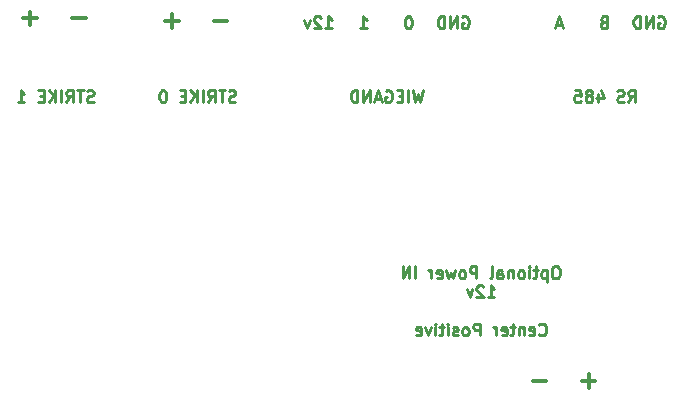
<source format=gbr>
%TF.GenerationSoftware,KiCad,Pcbnew,8.0.5*%
%TF.CreationDate,2024-11-23T14:45:08-05:00*%
%TF.ProjectId,wesp_card_access,77657370-5f63-4617-9264-5f6163636573,rev?*%
%TF.SameCoordinates,Original*%
%TF.FileFunction,Legend,Bot*%
%TF.FilePolarity,Positive*%
%FSLAX46Y46*%
G04 Gerber Fmt 4.6, Leading zero omitted, Abs format (unit mm)*
G04 Created by KiCad (PCBNEW 8.0.5) date 2024-11-23 14:45:08*
%MOMM*%
%LPD*%
G01*
G04 APERTURE LIST*
%ADD10C,0.250000*%
%ADD11C,0.300000*%
G04 APERTURE END LIST*
D10*
X149421904Y-80662238D02*
X149517142Y-80614619D01*
X149517142Y-80614619D02*
X149659999Y-80614619D01*
X149659999Y-80614619D02*
X149802856Y-80662238D01*
X149802856Y-80662238D02*
X149898094Y-80757476D01*
X149898094Y-80757476D02*
X149945713Y-80852714D01*
X149945713Y-80852714D02*
X149993332Y-81043190D01*
X149993332Y-81043190D02*
X149993332Y-81186047D01*
X149993332Y-81186047D02*
X149945713Y-81376523D01*
X149945713Y-81376523D02*
X149898094Y-81471761D01*
X149898094Y-81471761D02*
X149802856Y-81567000D01*
X149802856Y-81567000D02*
X149659999Y-81614619D01*
X149659999Y-81614619D02*
X149564761Y-81614619D01*
X149564761Y-81614619D02*
X149421904Y-81567000D01*
X149421904Y-81567000D02*
X149374285Y-81519380D01*
X149374285Y-81519380D02*
X149374285Y-81186047D01*
X149374285Y-81186047D02*
X149564761Y-81186047D01*
X148945713Y-81614619D02*
X148945713Y-80614619D01*
X148945713Y-80614619D02*
X148374285Y-81614619D01*
X148374285Y-81614619D02*
X148374285Y-80614619D01*
X147898094Y-81614619D02*
X147898094Y-80614619D01*
X147898094Y-80614619D02*
X147659999Y-80614619D01*
X147659999Y-80614619D02*
X147517142Y-80662238D01*
X147517142Y-80662238D02*
X147421904Y-80757476D01*
X147421904Y-80757476D02*
X147374285Y-80852714D01*
X147374285Y-80852714D02*
X147326666Y-81043190D01*
X147326666Y-81043190D02*
X147326666Y-81186047D01*
X147326666Y-81186047D02*
X147374285Y-81376523D01*
X147374285Y-81376523D02*
X147421904Y-81471761D01*
X147421904Y-81471761D02*
X147517142Y-81567000D01*
X147517142Y-81567000D02*
X147659999Y-81614619D01*
X147659999Y-81614619D02*
X147898094Y-81614619D01*
X118214285Y-87817000D02*
X118071428Y-87864619D01*
X118071428Y-87864619D02*
X117833333Y-87864619D01*
X117833333Y-87864619D02*
X117738095Y-87817000D01*
X117738095Y-87817000D02*
X117690476Y-87769380D01*
X117690476Y-87769380D02*
X117642857Y-87674142D01*
X117642857Y-87674142D02*
X117642857Y-87578904D01*
X117642857Y-87578904D02*
X117690476Y-87483666D01*
X117690476Y-87483666D02*
X117738095Y-87436047D01*
X117738095Y-87436047D02*
X117833333Y-87388428D01*
X117833333Y-87388428D02*
X118023809Y-87340809D01*
X118023809Y-87340809D02*
X118119047Y-87293190D01*
X118119047Y-87293190D02*
X118166666Y-87245571D01*
X118166666Y-87245571D02*
X118214285Y-87150333D01*
X118214285Y-87150333D02*
X118214285Y-87055095D01*
X118214285Y-87055095D02*
X118166666Y-86959857D01*
X118166666Y-86959857D02*
X118119047Y-86912238D01*
X118119047Y-86912238D02*
X118023809Y-86864619D01*
X118023809Y-86864619D02*
X117785714Y-86864619D01*
X117785714Y-86864619D02*
X117642857Y-86912238D01*
X117357142Y-86864619D02*
X116785714Y-86864619D01*
X117071428Y-87864619D02*
X117071428Y-86864619D01*
X115880952Y-87864619D02*
X116214285Y-87388428D01*
X116452380Y-87864619D02*
X116452380Y-86864619D01*
X116452380Y-86864619D02*
X116071428Y-86864619D01*
X116071428Y-86864619D02*
X115976190Y-86912238D01*
X115976190Y-86912238D02*
X115928571Y-86959857D01*
X115928571Y-86959857D02*
X115880952Y-87055095D01*
X115880952Y-87055095D02*
X115880952Y-87197952D01*
X115880952Y-87197952D02*
X115928571Y-87293190D01*
X115928571Y-87293190D02*
X115976190Y-87340809D01*
X115976190Y-87340809D02*
X116071428Y-87388428D01*
X116071428Y-87388428D02*
X116452380Y-87388428D01*
X115452380Y-87864619D02*
X115452380Y-86864619D01*
X114976190Y-87864619D02*
X114976190Y-86864619D01*
X114404762Y-87864619D02*
X114833333Y-87293190D01*
X114404762Y-86864619D02*
X114976190Y-87436047D01*
X113976190Y-87340809D02*
X113642857Y-87340809D01*
X113500000Y-87864619D02*
X113976190Y-87864619D01*
X113976190Y-87864619D02*
X113976190Y-86864619D01*
X113976190Y-86864619D02*
X113500000Y-86864619D01*
X111785714Y-87864619D02*
X112357142Y-87864619D01*
X112071428Y-87864619D02*
X112071428Y-86864619D01*
X112071428Y-86864619D02*
X112166666Y-87007476D01*
X112166666Y-87007476D02*
X112261904Y-87102714D01*
X112261904Y-87102714D02*
X112357142Y-87150333D01*
X146071427Y-86864619D02*
X145833332Y-87864619D01*
X145833332Y-87864619D02*
X145642856Y-87150333D01*
X145642856Y-87150333D02*
X145452380Y-87864619D01*
X145452380Y-87864619D02*
X145214285Y-86864619D01*
X144833332Y-87864619D02*
X144833332Y-86864619D01*
X144357142Y-87340809D02*
X144023809Y-87340809D01*
X143880952Y-87864619D02*
X144357142Y-87864619D01*
X144357142Y-87864619D02*
X144357142Y-86864619D01*
X144357142Y-86864619D02*
X143880952Y-86864619D01*
X142928571Y-86912238D02*
X143023809Y-86864619D01*
X143023809Y-86864619D02*
X143166666Y-86864619D01*
X143166666Y-86864619D02*
X143309523Y-86912238D01*
X143309523Y-86912238D02*
X143404761Y-87007476D01*
X143404761Y-87007476D02*
X143452380Y-87102714D01*
X143452380Y-87102714D02*
X143499999Y-87293190D01*
X143499999Y-87293190D02*
X143499999Y-87436047D01*
X143499999Y-87436047D02*
X143452380Y-87626523D01*
X143452380Y-87626523D02*
X143404761Y-87721761D01*
X143404761Y-87721761D02*
X143309523Y-87817000D01*
X143309523Y-87817000D02*
X143166666Y-87864619D01*
X143166666Y-87864619D02*
X143071428Y-87864619D01*
X143071428Y-87864619D02*
X142928571Y-87817000D01*
X142928571Y-87817000D02*
X142880952Y-87769380D01*
X142880952Y-87769380D02*
X142880952Y-87436047D01*
X142880952Y-87436047D02*
X143071428Y-87436047D01*
X142499999Y-87578904D02*
X142023809Y-87578904D01*
X142595237Y-87864619D02*
X142261904Y-86864619D01*
X142261904Y-86864619D02*
X141928571Y-87864619D01*
X141595237Y-87864619D02*
X141595237Y-86864619D01*
X141595237Y-86864619D02*
X141023809Y-87864619D01*
X141023809Y-87864619D02*
X141023809Y-86864619D01*
X140547618Y-87864619D02*
X140547618Y-86864619D01*
X140547618Y-86864619D02*
X140309523Y-86864619D01*
X140309523Y-86864619D02*
X140166666Y-86912238D01*
X140166666Y-86912238D02*
X140071428Y-87007476D01*
X140071428Y-87007476D02*
X140023809Y-87102714D01*
X140023809Y-87102714D02*
X139976190Y-87293190D01*
X139976190Y-87293190D02*
X139976190Y-87436047D01*
X139976190Y-87436047D02*
X140023809Y-87626523D01*
X140023809Y-87626523D02*
X140071428Y-87721761D01*
X140071428Y-87721761D02*
X140166666Y-87817000D01*
X140166666Y-87817000D02*
X140309523Y-87864619D01*
X140309523Y-87864619D02*
X140547618Y-87864619D01*
X166011904Y-80662238D02*
X166107142Y-80614619D01*
X166107142Y-80614619D02*
X166249999Y-80614619D01*
X166249999Y-80614619D02*
X166392856Y-80662238D01*
X166392856Y-80662238D02*
X166488094Y-80757476D01*
X166488094Y-80757476D02*
X166535713Y-80852714D01*
X166535713Y-80852714D02*
X166583332Y-81043190D01*
X166583332Y-81043190D02*
X166583332Y-81186047D01*
X166583332Y-81186047D02*
X166535713Y-81376523D01*
X166535713Y-81376523D02*
X166488094Y-81471761D01*
X166488094Y-81471761D02*
X166392856Y-81567000D01*
X166392856Y-81567000D02*
X166249999Y-81614619D01*
X166249999Y-81614619D02*
X166154761Y-81614619D01*
X166154761Y-81614619D02*
X166011904Y-81567000D01*
X166011904Y-81567000D02*
X165964285Y-81519380D01*
X165964285Y-81519380D02*
X165964285Y-81186047D01*
X165964285Y-81186047D02*
X166154761Y-81186047D01*
X165535713Y-81614619D02*
X165535713Y-80614619D01*
X165535713Y-80614619D02*
X164964285Y-81614619D01*
X164964285Y-81614619D02*
X164964285Y-80614619D01*
X164488094Y-81614619D02*
X164488094Y-80614619D01*
X164488094Y-80614619D02*
X164249999Y-80614619D01*
X164249999Y-80614619D02*
X164107142Y-80662238D01*
X164107142Y-80662238D02*
X164011904Y-80757476D01*
X164011904Y-80757476D02*
X163964285Y-80852714D01*
X163964285Y-80852714D02*
X163916666Y-81043190D01*
X163916666Y-81043190D02*
X163916666Y-81186047D01*
X163916666Y-81186047D02*
X163964285Y-81376523D01*
X163964285Y-81376523D02*
X164011904Y-81471761D01*
X164011904Y-81471761D02*
X164107142Y-81567000D01*
X164107142Y-81567000D02*
X164249999Y-81614619D01*
X164249999Y-81614619D02*
X164488094Y-81614619D01*
X161368571Y-81090809D02*
X161225714Y-81138428D01*
X161225714Y-81138428D02*
X161178095Y-81186047D01*
X161178095Y-81186047D02*
X161130476Y-81281285D01*
X161130476Y-81281285D02*
X161130476Y-81424142D01*
X161130476Y-81424142D02*
X161178095Y-81519380D01*
X161178095Y-81519380D02*
X161225714Y-81567000D01*
X161225714Y-81567000D02*
X161320952Y-81614619D01*
X161320952Y-81614619D02*
X161701904Y-81614619D01*
X161701904Y-81614619D02*
X161701904Y-80614619D01*
X161701904Y-80614619D02*
X161368571Y-80614619D01*
X161368571Y-80614619D02*
X161273333Y-80662238D01*
X161273333Y-80662238D02*
X161225714Y-80709857D01*
X161225714Y-80709857D02*
X161178095Y-80805095D01*
X161178095Y-80805095D02*
X161178095Y-80900333D01*
X161178095Y-80900333D02*
X161225714Y-80995571D01*
X161225714Y-80995571D02*
X161273333Y-81043190D01*
X161273333Y-81043190D02*
X161368571Y-81090809D01*
X161368571Y-81090809D02*
X161701904Y-81090809D01*
X144897618Y-80614619D02*
X144802380Y-80614619D01*
X144802380Y-80614619D02*
X144707142Y-80662238D01*
X144707142Y-80662238D02*
X144659523Y-80709857D01*
X144659523Y-80709857D02*
X144611904Y-80805095D01*
X144611904Y-80805095D02*
X144564285Y-80995571D01*
X144564285Y-80995571D02*
X144564285Y-81233666D01*
X144564285Y-81233666D02*
X144611904Y-81424142D01*
X144611904Y-81424142D02*
X144659523Y-81519380D01*
X144659523Y-81519380D02*
X144707142Y-81567000D01*
X144707142Y-81567000D02*
X144802380Y-81614619D01*
X144802380Y-81614619D02*
X144897618Y-81614619D01*
X144897618Y-81614619D02*
X144992856Y-81567000D01*
X144992856Y-81567000D02*
X145040475Y-81519380D01*
X145040475Y-81519380D02*
X145088094Y-81424142D01*
X145088094Y-81424142D02*
X145135713Y-81233666D01*
X145135713Y-81233666D02*
X145135713Y-80995571D01*
X145135713Y-80995571D02*
X145088094Y-80805095D01*
X145088094Y-80805095D02*
X145040475Y-80709857D01*
X145040475Y-80709857D02*
X144992856Y-80662238D01*
X144992856Y-80662238D02*
X144897618Y-80614619D01*
D11*
X124254510Y-81020600D02*
X125397368Y-81020600D01*
X124825939Y-80449171D02*
X124825939Y-81592028D01*
X128397367Y-81020600D02*
X129540225Y-81020600D01*
D10*
X137801428Y-81614619D02*
X138372856Y-81614619D01*
X138087142Y-81614619D02*
X138087142Y-80614619D01*
X138087142Y-80614619D02*
X138182380Y-80757476D01*
X138182380Y-80757476D02*
X138277618Y-80852714D01*
X138277618Y-80852714D02*
X138372856Y-80900333D01*
X137420475Y-80709857D02*
X137372856Y-80662238D01*
X137372856Y-80662238D02*
X137277618Y-80614619D01*
X137277618Y-80614619D02*
X137039523Y-80614619D01*
X137039523Y-80614619D02*
X136944285Y-80662238D01*
X136944285Y-80662238D02*
X136896666Y-80709857D01*
X136896666Y-80709857D02*
X136849047Y-80805095D01*
X136849047Y-80805095D02*
X136849047Y-80900333D01*
X136849047Y-80900333D02*
X136896666Y-81043190D01*
X136896666Y-81043190D02*
X137468094Y-81614619D01*
X137468094Y-81614619D02*
X136849047Y-81614619D01*
X136515713Y-80947952D02*
X136277618Y-81614619D01*
X136277618Y-81614619D02*
X136039523Y-80947952D01*
X130214285Y-87817000D02*
X130071428Y-87864619D01*
X130071428Y-87864619D02*
X129833333Y-87864619D01*
X129833333Y-87864619D02*
X129738095Y-87817000D01*
X129738095Y-87817000D02*
X129690476Y-87769380D01*
X129690476Y-87769380D02*
X129642857Y-87674142D01*
X129642857Y-87674142D02*
X129642857Y-87578904D01*
X129642857Y-87578904D02*
X129690476Y-87483666D01*
X129690476Y-87483666D02*
X129738095Y-87436047D01*
X129738095Y-87436047D02*
X129833333Y-87388428D01*
X129833333Y-87388428D02*
X130023809Y-87340809D01*
X130023809Y-87340809D02*
X130119047Y-87293190D01*
X130119047Y-87293190D02*
X130166666Y-87245571D01*
X130166666Y-87245571D02*
X130214285Y-87150333D01*
X130214285Y-87150333D02*
X130214285Y-87055095D01*
X130214285Y-87055095D02*
X130166666Y-86959857D01*
X130166666Y-86959857D02*
X130119047Y-86912238D01*
X130119047Y-86912238D02*
X130023809Y-86864619D01*
X130023809Y-86864619D02*
X129785714Y-86864619D01*
X129785714Y-86864619D02*
X129642857Y-86912238D01*
X129357142Y-86864619D02*
X128785714Y-86864619D01*
X129071428Y-87864619D02*
X129071428Y-86864619D01*
X127880952Y-87864619D02*
X128214285Y-87388428D01*
X128452380Y-87864619D02*
X128452380Y-86864619D01*
X128452380Y-86864619D02*
X128071428Y-86864619D01*
X128071428Y-86864619D02*
X127976190Y-86912238D01*
X127976190Y-86912238D02*
X127928571Y-86959857D01*
X127928571Y-86959857D02*
X127880952Y-87055095D01*
X127880952Y-87055095D02*
X127880952Y-87197952D01*
X127880952Y-87197952D02*
X127928571Y-87293190D01*
X127928571Y-87293190D02*
X127976190Y-87340809D01*
X127976190Y-87340809D02*
X128071428Y-87388428D01*
X128071428Y-87388428D02*
X128452380Y-87388428D01*
X127452380Y-87864619D02*
X127452380Y-86864619D01*
X126976190Y-87864619D02*
X126976190Y-86864619D01*
X126404762Y-87864619D02*
X126833333Y-87293190D01*
X126404762Y-86864619D02*
X126976190Y-87436047D01*
X125976190Y-87340809D02*
X125642857Y-87340809D01*
X125500000Y-87864619D02*
X125976190Y-87864619D01*
X125976190Y-87864619D02*
X125976190Y-86864619D01*
X125976190Y-86864619D02*
X125500000Y-86864619D01*
X124119047Y-86864619D02*
X124023809Y-86864619D01*
X124023809Y-86864619D02*
X123928571Y-86912238D01*
X123928571Y-86912238D02*
X123880952Y-86959857D01*
X123880952Y-86959857D02*
X123833333Y-87055095D01*
X123833333Y-87055095D02*
X123785714Y-87245571D01*
X123785714Y-87245571D02*
X123785714Y-87483666D01*
X123785714Y-87483666D02*
X123833333Y-87674142D01*
X123833333Y-87674142D02*
X123880952Y-87769380D01*
X123880952Y-87769380D02*
X123928571Y-87817000D01*
X123928571Y-87817000D02*
X124023809Y-87864619D01*
X124023809Y-87864619D02*
X124119047Y-87864619D01*
X124119047Y-87864619D02*
X124214285Y-87817000D01*
X124214285Y-87817000D02*
X124261904Y-87769380D01*
X124261904Y-87769380D02*
X124309523Y-87674142D01*
X124309523Y-87674142D02*
X124357142Y-87483666D01*
X124357142Y-87483666D02*
X124357142Y-87245571D01*
X124357142Y-87245571D02*
X124309523Y-87055095D01*
X124309523Y-87055095D02*
X124261904Y-86959857D01*
X124261904Y-86959857D02*
X124214285Y-86912238D01*
X124214285Y-86912238D02*
X124119047Y-86864619D01*
X157868094Y-81328904D02*
X157391904Y-81328904D01*
X157963332Y-81614619D02*
X157629999Y-80614619D01*
X157629999Y-80614619D02*
X157296666Y-81614619D01*
X157428571Y-101784787D02*
X157238095Y-101784787D01*
X157238095Y-101784787D02*
X157142857Y-101832406D01*
X157142857Y-101832406D02*
X157047619Y-101927644D01*
X157047619Y-101927644D02*
X157000000Y-102118120D01*
X157000000Y-102118120D02*
X157000000Y-102451453D01*
X157000000Y-102451453D02*
X157047619Y-102641929D01*
X157047619Y-102641929D02*
X157142857Y-102737168D01*
X157142857Y-102737168D02*
X157238095Y-102784787D01*
X157238095Y-102784787D02*
X157428571Y-102784787D01*
X157428571Y-102784787D02*
X157523809Y-102737168D01*
X157523809Y-102737168D02*
X157619047Y-102641929D01*
X157619047Y-102641929D02*
X157666666Y-102451453D01*
X157666666Y-102451453D02*
X157666666Y-102118120D01*
X157666666Y-102118120D02*
X157619047Y-101927644D01*
X157619047Y-101927644D02*
X157523809Y-101832406D01*
X157523809Y-101832406D02*
X157428571Y-101784787D01*
X156571428Y-102118120D02*
X156571428Y-103118120D01*
X156571428Y-102165739D02*
X156476190Y-102118120D01*
X156476190Y-102118120D02*
X156285714Y-102118120D01*
X156285714Y-102118120D02*
X156190476Y-102165739D01*
X156190476Y-102165739D02*
X156142857Y-102213358D01*
X156142857Y-102213358D02*
X156095238Y-102308596D01*
X156095238Y-102308596D02*
X156095238Y-102594310D01*
X156095238Y-102594310D02*
X156142857Y-102689548D01*
X156142857Y-102689548D02*
X156190476Y-102737168D01*
X156190476Y-102737168D02*
X156285714Y-102784787D01*
X156285714Y-102784787D02*
X156476190Y-102784787D01*
X156476190Y-102784787D02*
X156571428Y-102737168D01*
X155809523Y-102118120D02*
X155428571Y-102118120D01*
X155666666Y-101784787D02*
X155666666Y-102641929D01*
X155666666Y-102641929D02*
X155619047Y-102737168D01*
X155619047Y-102737168D02*
X155523809Y-102784787D01*
X155523809Y-102784787D02*
X155428571Y-102784787D01*
X155095237Y-102784787D02*
X155095237Y-102118120D01*
X155095237Y-101784787D02*
X155142856Y-101832406D01*
X155142856Y-101832406D02*
X155095237Y-101880025D01*
X155095237Y-101880025D02*
X155047618Y-101832406D01*
X155047618Y-101832406D02*
X155095237Y-101784787D01*
X155095237Y-101784787D02*
X155095237Y-101880025D01*
X154476190Y-102784787D02*
X154571428Y-102737168D01*
X154571428Y-102737168D02*
X154619047Y-102689548D01*
X154619047Y-102689548D02*
X154666666Y-102594310D01*
X154666666Y-102594310D02*
X154666666Y-102308596D01*
X154666666Y-102308596D02*
X154619047Y-102213358D01*
X154619047Y-102213358D02*
X154571428Y-102165739D01*
X154571428Y-102165739D02*
X154476190Y-102118120D01*
X154476190Y-102118120D02*
X154333333Y-102118120D01*
X154333333Y-102118120D02*
X154238095Y-102165739D01*
X154238095Y-102165739D02*
X154190476Y-102213358D01*
X154190476Y-102213358D02*
X154142857Y-102308596D01*
X154142857Y-102308596D02*
X154142857Y-102594310D01*
X154142857Y-102594310D02*
X154190476Y-102689548D01*
X154190476Y-102689548D02*
X154238095Y-102737168D01*
X154238095Y-102737168D02*
X154333333Y-102784787D01*
X154333333Y-102784787D02*
X154476190Y-102784787D01*
X153714285Y-102118120D02*
X153714285Y-102784787D01*
X153714285Y-102213358D02*
X153666666Y-102165739D01*
X153666666Y-102165739D02*
X153571428Y-102118120D01*
X153571428Y-102118120D02*
X153428571Y-102118120D01*
X153428571Y-102118120D02*
X153333333Y-102165739D01*
X153333333Y-102165739D02*
X153285714Y-102260977D01*
X153285714Y-102260977D02*
X153285714Y-102784787D01*
X152380952Y-102784787D02*
X152380952Y-102260977D01*
X152380952Y-102260977D02*
X152428571Y-102165739D01*
X152428571Y-102165739D02*
X152523809Y-102118120D01*
X152523809Y-102118120D02*
X152714285Y-102118120D01*
X152714285Y-102118120D02*
X152809523Y-102165739D01*
X152380952Y-102737168D02*
X152476190Y-102784787D01*
X152476190Y-102784787D02*
X152714285Y-102784787D01*
X152714285Y-102784787D02*
X152809523Y-102737168D01*
X152809523Y-102737168D02*
X152857142Y-102641929D01*
X152857142Y-102641929D02*
X152857142Y-102546691D01*
X152857142Y-102546691D02*
X152809523Y-102451453D01*
X152809523Y-102451453D02*
X152714285Y-102403834D01*
X152714285Y-102403834D02*
X152476190Y-102403834D01*
X152476190Y-102403834D02*
X152380952Y-102356215D01*
X151761904Y-102784787D02*
X151857142Y-102737168D01*
X151857142Y-102737168D02*
X151904761Y-102641929D01*
X151904761Y-102641929D02*
X151904761Y-101784787D01*
X150619046Y-102784787D02*
X150619046Y-101784787D01*
X150619046Y-101784787D02*
X150238094Y-101784787D01*
X150238094Y-101784787D02*
X150142856Y-101832406D01*
X150142856Y-101832406D02*
X150095237Y-101880025D01*
X150095237Y-101880025D02*
X150047618Y-101975263D01*
X150047618Y-101975263D02*
X150047618Y-102118120D01*
X150047618Y-102118120D02*
X150095237Y-102213358D01*
X150095237Y-102213358D02*
X150142856Y-102260977D01*
X150142856Y-102260977D02*
X150238094Y-102308596D01*
X150238094Y-102308596D02*
X150619046Y-102308596D01*
X149476189Y-102784787D02*
X149571427Y-102737168D01*
X149571427Y-102737168D02*
X149619046Y-102689548D01*
X149619046Y-102689548D02*
X149666665Y-102594310D01*
X149666665Y-102594310D02*
X149666665Y-102308596D01*
X149666665Y-102308596D02*
X149619046Y-102213358D01*
X149619046Y-102213358D02*
X149571427Y-102165739D01*
X149571427Y-102165739D02*
X149476189Y-102118120D01*
X149476189Y-102118120D02*
X149333332Y-102118120D01*
X149333332Y-102118120D02*
X149238094Y-102165739D01*
X149238094Y-102165739D02*
X149190475Y-102213358D01*
X149190475Y-102213358D02*
X149142856Y-102308596D01*
X149142856Y-102308596D02*
X149142856Y-102594310D01*
X149142856Y-102594310D02*
X149190475Y-102689548D01*
X149190475Y-102689548D02*
X149238094Y-102737168D01*
X149238094Y-102737168D02*
X149333332Y-102784787D01*
X149333332Y-102784787D02*
X149476189Y-102784787D01*
X148809522Y-102118120D02*
X148619046Y-102784787D01*
X148619046Y-102784787D02*
X148428570Y-102308596D01*
X148428570Y-102308596D02*
X148238094Y-102784787D01*
X148238094Y-102784787D02*
X148047618Y-102118120D01*
X147285713Y-102737168D02*
X147380951Y-102784787D01*
X147380951Y-102784787D02*
X147571427Y-102784787D01*
X147571427Y-102784787D02*
X147666665Y-102737168D01*
X147666665Y-102737168D02*
X147714284Y-102641929D01*
X147714284Y-102641929D02*
X147714284Y-102260977D01*
X147714284Y-102260977D02*
X147666665Y-102165739D01*
X147666665Y-102165739D02*
X147571427Y-102118120D01*
X147571427Y-102118120D02*
X147380951Y-102118120D01*
X147380951Y-102118120D02*
X147285713Y-102165739D01*
X147285713Y-102165739D02*
X147238094Y-102260977D01*
X147238094Y-102260977D02*
X147238094Y-102356215D01*
X147238094Y-102356215D02*
X147714284Y-102451453D01*
X146809522Y-102784787D02*
X146809522Y-102118120D01*
X146809522Y-102308596D02*
X146761903Y-102213358D01*
X146761903Y-102213358D02*
X146714284Y-102165739D01*
X146714284Y-102165739D02*
X146619046Y-102118120D01*
X146619046Y-102118120D02*
X146523808Y-102118120D01*
X145428569Y-102784787D02*
X145428569Y-101784787D01*
X144952379Y-102784787D02*
X144952379Y-101784787D01*
X144952379Y-101784787D02*
X144380951Y-102784787D01*
X144380951Y-102784787D02*
X144380951Y-101784787D01*
X151571428Y-104394731D02*
X152142856Y-104394731D01*
X151857142Y-104394731D02*
X151857142Y-103394731D01*
X151857142Y-103394731D02*
X151952380Y-103537588D01*
X151952380Y-103537588D02*
X152047618Y-103632826D01*
X152047618Y-103632826D02*
X152142856Y-103680445D01*
X151190475Y-103489969D02*
X151142856Y-103442350D01*
X151142856Y-103442350D02*
X151047618Y-103394731D01*
X151047618Y-103394731D02*
X150809523Y-103394731D01*
X150809523Y-103394731D02*
X150714285Y-103442350D01*
X150714285Y-103442350D02*
X150666666Y-103489969D01*
X150666666Y-103489969D02*
X150619047Y-103585207D01*
X150619047Y-103585207D02*
X150619047Y-103680445D01*
X150619047Y-103680445D02*
X150666666Y-103823302D01*
X150666666Y-103823302D02*
X151238094Y-104394731D01*
X151238094Y-104394731D02*
X150619047Y-104394731D01*
X150285713Y-103728064D02*
X150047618Y-104394731D01*
X150047618Y-104394731D02*
X149809523Y-103728064D01*
X155904762Y-107519380D02*
X155952381Y-107567000D01*
X155952381Y-107567000D02*
X156095238Y-107614619D01*
X156095238Y-107614619D02*
X156190476Y-107614619D01*
X156190476Y-107614619D02*
X156333333Y-107567000D01*
X156333333Y-107567000D02*
X156428571Y-107471761D01*
X156428571Y-107471761D02*
X156476190Y-107376523D01*
X156476190Y-107376523D02*
X156523809Y-107186047D01*
X156523809Y-107186047D02*
X156523809Y-107043190D01*
X156523809Y-107043190D02*
X156476190Y-106852714D01*
X156476190Y-106852714D02*
X156428571Y-106757476D01*
X156428571Y-106757476D02*
X156333333Y-106662238D01*
X156333333Y-106662238D02*
X156190476Y-106614619D01*
X156190476Y-106614619D02*
X156095238Y-106614619D01*
X156095238Y-106614619D02*
X155952381Y-106662238D01*
X155952381Y-106662238D02*
X155904762Y-106709857D01*
X155095238Y-107567000D02*
X155190476Y-107614619D01*
X155190476Y-107614619D02*
X155380952Y-107614619D01*
X155380952Y-107614619D02*
X155476190Y-107567000D01*
X155476190Y-107567000D02*
X155523809Y-107471761D01*
X155523809Y-107471761D02*
X155523809Y-107090809D01*
X155523809Y-107090809D02*
X155476190Y-106995571D01*
X155476190Y-106995571D02*
X155380952Y-106947952D01*
X155380952Y-106947952D02*
X155190476Y-106947952D01*
X155190476Y-106947952D02*
X155095238Y-106995571D01*
X155095238Y-106995571D02*
X155047619Y-107090809D01*
X155047619Y-107090809D02*
X155047619Y-107186047D01*
X155047619Y-107186047D02*
X155523809Y-107281285D01*
X154619047Y-106947952D02*
X154619047Y-107614619D01*
X154619047Y-107043190D02*
X154571428Y-106995571D01*
X154571428Y-106995571D02*
X154476190Y-106947952D01*
X154476190Y-106947952D02*
X154333333Y-106947952D01*
X154333333Y-106947952D02*
X154238095Y-106995571D01*
X154238095Y-106995571D02*
X154190476Y-107090809D01*
X154190476Y-107090809D02*
X154190476Y-107614619D01*
X153857142Y-106947952D02*
X153476190Y-106947952D01*
X153714285Y-106614619D02*
X153714285Y-107471761D01*
X153714285Y-107471761D02*
X153666666Y-107567000D01*
X153666666Y-107567000D02*
X153571428Y-107614619D01*
X153571428Y-107614619D02*
X153476190Y-107614619D01*
X152761904Y-107567000D02*
X152857142Y-107614619D01*
X152857142Y-107614619D02*
X153047618Y-107614619D01*
X153047618Y-107614619D02*
X153142856Y-107567000D01*
X153142856Y-107567000D02*
X153190475Y-107471761D01*
X153190475Y-107471761D02*
X153190475Y-107090809D01*
X153190475Y-107090809D02*
X153142856Y-106995571D01*
X153142856Y-106995571D02*
X153047618Y-106947952D01*
X153047618Y-106947952D02*
X152857142Y-106947952D01*
X152857142Y-106947952D02*
X152761904Y-106995571D01*
X152761904Y-106995571D02*
X152714285Y-107090809D01*
X152714285Y-107090809D02*
X152714285Y-107186047D01*
X152714285Y-107186047D02*
X153190475Y-107281285D01*
X152285713Y-107614619D02*
X152285713Y-106947952D01*
X152285713Y-107138428D02*
X152238094Y-107043190D01*
X152238094Y-107043190D02*
X152190475Y-106995571D01*
X152190475Y-106995571D02*
X152095237Y-106947952D01*
X152095237Y-106947952D02*
X151999999Y-106947952D01*
X150904760Y-107614619D02*
X150904760Y-106614619D01*
X150904760Y-106614619D02*
X150523808Y-106614619D01*
X150523808Y-106614619D02*
X150428570Y-106662238D01*
X150428570Y-106662238D02*
X150380951Y-106709857D01*
X150380951Y-106709857D02*
X150333332Y-106805095D01*
X150333332Y-106805095D02*
X150333332Y-106947952D01*
X150333332Y-106947952D02*
X150380951Y-107043190D01*
X150380951Y-107043190D02*
X150428570Y-107090809D01*
X150428570Y-107090809D02*
X150523808Y-107138428D01*
X150523808Y-107138428D02*
X150904760Y-107138428D01*
X149761903Y-107614619D02*
X149857141Y-107567000D01*
X149857141Y-107567000D02*
X149904760Y-107519380D01*
X149904760Y-107519380D02*
X149952379Y-107424142D01*
X149952379Y-107424142D02*
X149952379Y-107138428D01*
X149952379Y-107138428D02*
X149904760Y-107043190D01*
X149904760Y-107043190D02*
X149857141Y-106995571D01*
X149857141Y-106995571D02*
X149761903Y-106947952D01*
X149761903Y-106947952D02*
X149619046Y-106947952D01*
X149619046Y-106947952D02*
X149523808Y-106995571D01*
X149523808Y-106995571D02*
X149476189Y-107043190D01*
X149476189Y-107043190D02*
X149428570Y-107138428D01*
X149428570Y-107138428D02*
X149428570Y-107424142D01*
X149428570Y-107424142D02*
X149476189Y-107519380D01*
X149476189Y-107519380D02*
X149523808Y-107567000D01*
X149523808Y-107567000D02*
X149619046Y-107614619D01*
X149619046Y-107614619D02*
X149761903Y-107614619D01*
X149047617Y-107567000D02*
X148952379Y-107614619D01*
X148952379Y-107614619D02*
X148761903Y-107614619D01*
X148761903Y-107614619D02*
X148666665Y-107567000D01*
X148666665Y-107567000D02*
X148619046Y-107471761D01*
X148619046Y-107471761D02*
X148619046Y-107424142D01*
X148619046Y-107424142D02*
X148666665Y-107328904D01*
X148666665Y-107328904D02*
X148761903Y-107281285D01*
X148761903Y-107281285D02*
X148904760Y-107281285D01*
X148904760Y-107281285D02*
X148999998Y-107233666D01*
X148999998Y-107233666D02*
X149047617Y-107138428D01*
X149047617Y-107138428D02*
X149047617Y-107090809D01*
X149047617Y-107090809D02*
X148999998Y-106995571D01*
X148999998Y-106995571D02*
X148904760Y-106947952D01*
X148904760Y-106947952D02*
X148761903Y-106947952D01*
X148761903Y-106947952D02*
X148666665Y-106995571D01*
X148190474Y-107614619D02*
X148190474Y-106947952D01*
X148190474Y-106614619D02*
X148238093Y-106662238D01*
X148238093Y-106662238D02*
X148190474Y-106709857D01*
X148190474Y-106709857D02*
X148142855Y-106662238D01*
X148142855Y-106662238D02*
X148190474Y-106614619D01*
X148190474Y-106614619D02*
X148190474Y-106709857D01*
X147857141Y-106947952D02*
X147476189Y-106947952D01*
X147714284Y-106614619D02*
X147714284Y-107471761D01*
X147714284Y-107471761D02*
X147666665Y-107567000D01*
X147666665Y-107567000D02*
X147571427Y-107614619D01*
X147571427Y-107614619D02*
X147476189Y-107614619D01*
X147142855Y-107614619D02*
X147142855Y-106947952D01*
X147142855Y-106614619D02*
X147190474Y-106662238D01*
X147190474Y-106662238D02*
X147142855Y-106709857D01*
X147142855Y-106709857D02*
X147095236Y-106662238D01*
X147095236Y-106662238D02*
X147142855Y-106614619D01*
X147142855Y-106614619D02*
X147142855Y-106709857D01*
X146761903Y-106947952D02*
X146523808Y-107614619D01*
X146523808Y-107614619D02*
X146285713Y-106947952D01*
X145523808Y-107567000D02*
X145619046Y-107614619D01*
X145619046Y-107614619D02*
X145809522Y-107614619D01*
X145809522Y-107614619D02*
X145904760Y-107567000D01*
X145904760Y-107567000D02*
X145952379Y-107471761D01*
X145952379Y-107471761D02*
X145952379Y-107090809D01*
X145952379Y-107090809D02*
X145904760Y-106995571D01*
X145904760Y-106995571D02*
X145809522Y-106947952D01*
X145809522Y-106947952D02*
X145619046Y-106947952D01*
X145619046Y-106947952D02*
X145523808Y-106995571D01*
X145523808Y-106995571D02*
X145476189Y-107090809D01*
X145476189Y-107090809D02*
X145476189Y-107186047D01*
X145476189Y-107186047D02*
X145952379Y-107281285D01*
D11*
X160695489Y-111479400D02*
X159552632Y-111479400D01*
X160124060Y-112050828D02*
X160124060Y-110907971D01*
X156552632Y-111479400D02*
X155409775Y-111479400D01*
X112254510Y-80770600D02*
X113397368Y-80770600D01*
X112825939Y-80199171D02*
X112825939Y-81342028D01*
X116397367Y-80770600D02*
X117540225Y-80770600D01*
D10*
X163476190Y-87864619D02*
X163809523Y-87388428D01*
X164047618Y-87864619D02*
X164047618Y-86864619D01*
X164047618Y-86864619D02*
X163666666Y-86864619D01*
X163666666Y-86864619D02*
X163571428Y-86912238D01*
X163571428Y-86912238D02*
X163523809Y-86959857D01*
X163523809Y-86959857D02*
X163476190Y-87055095D01*
X163476190Y-87055095D02*
X163476190Y-87197952D01*
X163476190Y-87197952D02*
X163523809Y-87293190D01*
X163523809Y-87293190D02*
X163571428Y-87340809D01*
X163571428Y-87340809D02*
X163666666Y-87388428D01*
X163666666Y-87388428D02*
X164047618Y-87388428D01*
X163095237Y-87817000D02*
X162952380Y-87864619D01*
X162952380Y-87864619D02*
X162714285Y-87864619D01*
X162714285Y-87864619D02*
X162619047Y-87817000D01*
X162619047Y-87817000D02*
X162571428Y-87769380D01*
X162571428Y-87769380D02*
X162523809Y-87674142D01*
X162523809Y-87674142D02*
X162523809Y-87578904D01*
X162523809Y-87578904D02*
X162571428Y-87483666D01*
X162571428Y-87483666D02*
X162619047Y-87436047D01*
X162619047Y-87436047D02*
X162714285Y-87388428D01*
X162714285Y-87388428D02*
X162904761Y-87340809D01*
X162904761Y-87340809D02*
X162999999Y-87293190D01*
X162999999Y-87293190D02*
X163047618Y-87245571D01*
X163047618Y-87245571D02*
X163095237Y-87150333D01*
X163095237Y-87150333D02*
X163095237Y-87055095D01*
X163095237Y-87055095D02*
X163047618Y-86959857D01*
X163047618Y-86959857D02*
X162999999Y-86912238D01*
X162999999Y-86912238D02*
X162904761Y-86864619D01*
X162904761Y-86864619D02*
X162666666Y-86864619D01*
X162666666Y-86864619D02*
X162523809Y-86912238D01*
X160904761Y-87197952D02*
X160904761Y-87864619D01*
X161142856Y-86817000D02*
X161380951Y-87531285D01*
X161380951Y-87531285D02*
X160761904Y-87531285D01*
X160238094Y-87293190D02*
X160333332Y-87245571D01*
X160333332Y-87245571D02*
X160380951Y-87197952D01*
X160380951Y-87197952D02*
X160428570Y-87102714D01*
X160428570Y-87102714D02*
X160428570Y-87055095D01*
X160428570Y-87055095D02*
X160380951Y-86959857D01*
X160380951Y-86959857D02*
X160333332Y-86912238D01*
X160333332Y-86912238D02*
X160238094Y-86864619D01*
X160238094Y-86864619D02*
X160047618Y-86864619D01*
X160047618Y-86864619D02*
X159952380Y-86912238D01*
X159952380Y-86912238D02*
X159904761Y-86959857D01*
X159904761Y-86959857D02*
X159857142Y-87055095D01*
X159857142Y-87055095D02*
X159857142Y-87102714D01*
X159857142Y-87102714D02*
X159904761Y-87197952D01*
X159904761Y-87197952D02*
X159952380Y-87245571D01*
X159952380Y-87245571D02*
X160047618Y-87293190D01*
X160047618Y-87293190D02*
X160238094Y-87293190D01*
X160238094Y-87293190D02*
X160333332Y-87340809D01*
X160333332Y-87340809D02*
X160380951Y-87388428D01*
X160380951Y-87388428D02*
X160428570Y-87483666D01*
X160428570Y-87483666D02*
X160428570Y-87674142D01*
X160428570Y-87674142D02*
X160380951Y-87769380D01*
X160380951Y-87769380D02*
X160333332Y-87817000D01*
X160333332Y-87817000D02*
X160238094Y-87864619D01*
X160238094Y-87864619D02*
X160047618Y-87864619D01*
X160047618Y-87864619D02*
X159952380Y-87817000D01*
X159952380Y-87817000D02*
X159904761Y-87769380D01*
X159904761Y-87769380D02*
X159857142Y-87674142D01*
X159857142Y-87674142D02*
X159857142Y-87483666D01*
X159857142Y-87483666D02*
X159904761Y-87388428D01*
X159904761Y-87388428D02*
X159952380Y-87340809D01*
X159952380Y-87340809D02*
X160047618Y-87293190D01*
X158952380Y-86864619D02*
X159428570Y-86864619D01*
X159428570Y-86864619D02*
X159476189Y-87340809D01*
X159476189Y-87340809D02*
X159428570Y-87293190D01*
X159428570Y-87293190D02*
X159333332Y-87245571D01*
X159333332Y-87245571D02*
X159095237Y-87245571D01*
X159095237Y-87245571D02*
X158999999Y-87293190D01*
X158999999Y-87293190D02*
X158952380Y-87340809D01*
X158952380Y-87340809D02*
X158904761Y-87436047D01*
X158904761Y-87436047D02*
X158904761Y-87674142D01*
X158904761Y-87674142D02*
X158952380Y-87769380D01*
X158952380Y-87769380D02*
X158999999Y-87817000D01*
X158999999Y-87817000D02*
X159095237Y-87864619D01*
X159095237Y-87864619D02*
X159333332Y-87864619D01*
X159333332Y-87864619D02*
X159428570Y-87817000D01*
X159428570Y-87817000D02*
X159476189Y-87769380D01*
X140754285Y-81614619D02*
X141325713Y-81614619D01*
X141039999Y-81614619D02*
X141039999Y-80614619D01*
X141039999Y-80614619D02*
X141135237Y-80757476D01*
X141135237Y-80757476D02*
X141230475Y-80852714D01*
X141230475Y-80852714D02*
X141325713Y-80900333D01*
M02*

</source>
